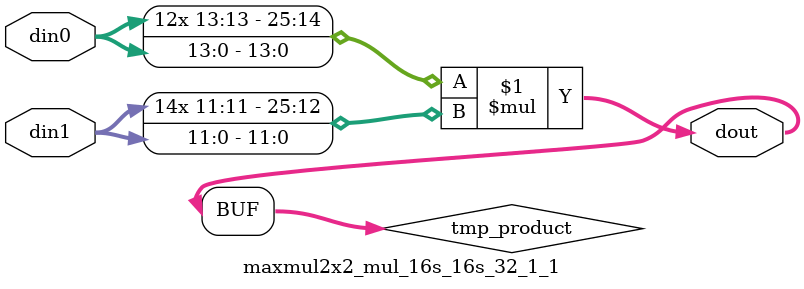
<source format=v>

`timescale 1 ns / 1 ps

 module maxmul2x2_mul_16s_16s_32_1_1(din0, din1, dout);
parameter ID = 1;
parameter NUM_STAGE = 0;
parameter din0_WIDTH = 14;
parameter din1_WIDTH = 12;
parameter dout_WIDTH = 26;

input [din0_WIDTH - 1 : 0] din0; 
input [din1_WIDTH - 1 : 0] din1; 
output [dout_WIDTH - 1 : 0] dout;

wire signed [dout_WIDTH - 1 : 0] tmp_product;



























assign tmp_product = $signed(din0) * $signed(din1);








assign dout = tmp_product;





















endmodule

</source>
